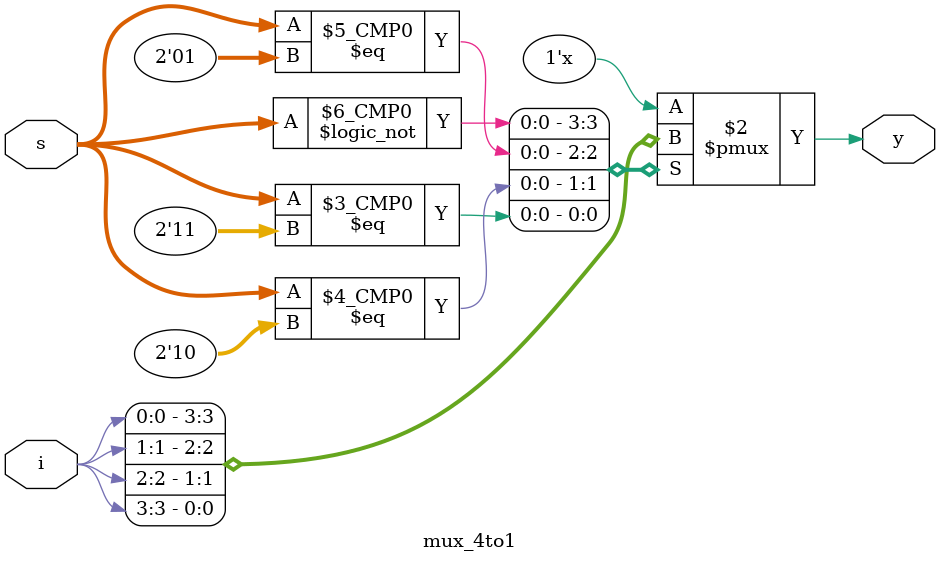
<source format=v>
module mux_4to1(
  input [1:0]s,
  input [3:0]i,
  output reg y);
  always @(*)
    begin
      case(s)
        2'b00:y=i[0];
        2'b01:y=i[1];
        2'b10:y=i[2];
        2'b11:y=i[3];
        default:$display("invalid input");
      endcase
    end
endmodule

</source>
